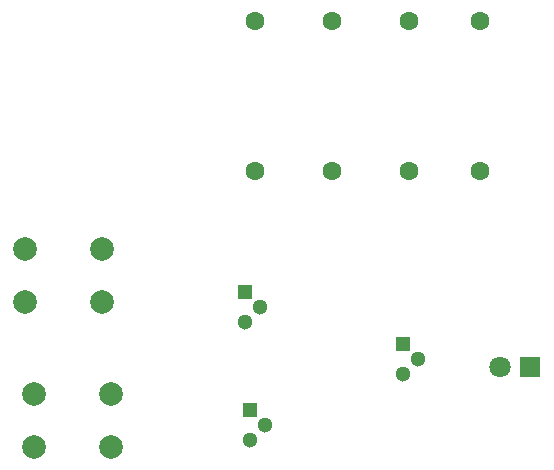
<source format=gbr>
%TF.GenerationSoftware,KiCad,Pcbnew,9.0.5*%
%TF.CreationDate,2025-10-25T12:16:36-07:00*%
%TF.ProjectId,1stproject,31737470-726f-46a6-9563-742e6b696361,rev?*%
%TF.SameCoordinates,Original*%
%TF.FileFunction,Soldermask,Top*%
%TF.FilePolarity,Negative*%
%FSLAX46Y46*%
G04 Gerber Fmt 4.6, Leading zero omitted, Abs format (unit mm)*
G04 Created by KiCad (PCBNEW 9.0.5) date 2025-10-25 12:16:36*
%MOMM*%
%LPD*%
G01*
G04 APERTURE LIST*
%ADD10C,1.600000*%
%ADD11R,1.300000X1.300000*%
%ADD12C,1.300000*%
%ADD13C,2.000000*%
%ADD14R,1.800000X1.800000*%
%ADD15C,1.800000*%
G04 APERTURE END LIST*
D10*
%TO.C,R2*%
X144500000Y-60225000D03*
X144500000Y-72925000D03*
%TD*%
%TO.C,R4*%
X125500000Y-60225000D03*
X125500000Y-72925000D03*
%TD*%
D11*
%TO.C,Q2*%
X125090000Y-93165000D03*
D12*
X126360000Y-94435000D03*
X125090000Y-95705000D03*
%TD*%
D11*
%TO.C,Q1*%
X124640000Y-83230000D03*
D12*
X125910000Y-84500000D03*
X124640000Y-85770000D03*
%TD*%
D10*
%TO.C,R1*%
X138500000Y-60225000D03*
X138500000Y-72925000D03*
%TD*%
D13*
%TO.C,SW2*%
X106750000Y-91825000D03*
X113250000Y-91825000D03*
X106750000Y-96325000D03*
X113250000Y-96325000D03*
%TD*%
%TO.C,SW1*%
X106000000Y-79575000D03*
X112500000Y-79575000D03*
X106000000Y-84075000D03*
X112500000Y-84075000D03*
%TD*%
D14*
%TO.C,D1*%
X148775000Y-89575000D03*
D15*
X146235000Y-89575000D03*
%TD*%
D10*
%TO.C,R3*%
X132000000Y-60225000D03*
X132000000Y-72925000D03*
%TD*%
D11*
%TO.C,Q3*%
X138000000Y-87575000D03*
D12*
X139270000Y-88845000D03*
X138000000Y-90115000D03*
%TD*%
M02*

</source>
